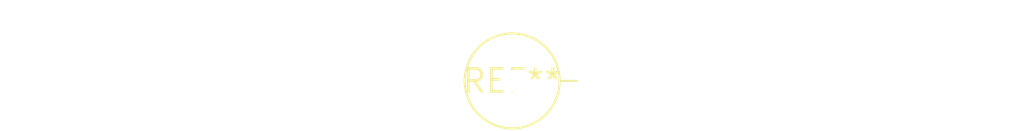
<source format=kicad_pcb>
(kicad_pcb (version 20240108) (generator pcbnew)
  (layers (0 "F.Cu" signal) (31 "B.Cu" signal) (34 "B.Paste" user) (35 "F.Paste" user) (36 "B.SilkS" user "B.Silkscreen") (37 "F.SilkS" user "F.Silkscreen") (38 "B.Mask" user) (39 "F.Mask" user) (44 "Edge.Cuts" user))
  (net 0 "")
  (footprint "L_Axial_L12.0mm_D5.0mm_P5.08mm_Vertical_Fastron_MISC" (layer "F.Cu") (at 0 0)
    (property "Reference" "REF**")
    (property "Value" "L_Axial_L12.0mm_D5.0mm_P5.08mm_Vertical_Fastron_MISC")
    (fp_line (start 2.62 0) (end 3.58 0) (layer "F.SilkS") (stroke (width 0.12)))
    (fp_circle (center 0 0) (end 2.62 0) (layer "F.SilkS") (stroke (width 0.12)) (fill none))
    (pad "1" thru_hole circle (at 0 0) (size 2.4 2.4) (drill 1.2) (layers *.Cu *.Mask) (remove_unused_layers))
    (pad "2" thru_hole oval (at 5.08 0) (size 2.4 2.4) (drill 1.2) (layers *.Cu *.Mask) (remove_unused_layers))
  )
)
</source>
